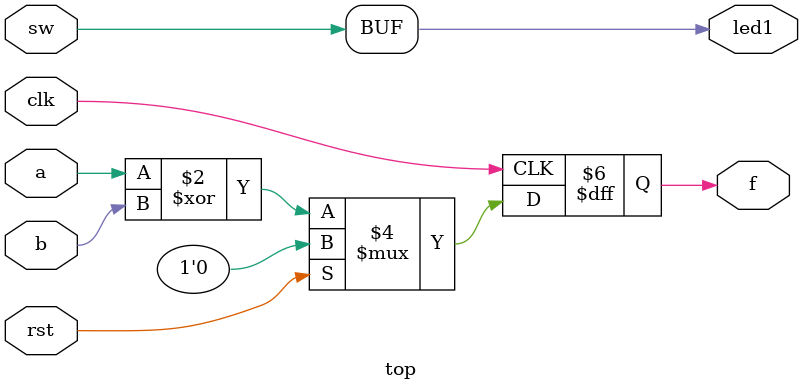
<source format=v>
module top(
  input clk,
  input rst,

  input a,
  input b,

  input sw,
  output reg f,
  output led1
);
  always@(posedge clk)begin
  if(rst) begin 
    f <= 1'b0;
  end
  else begin 
    f<= a^b;
  end
  end 
  assign led1 = sw;
  //assign f = a ^ b;
endmodule

</source>
